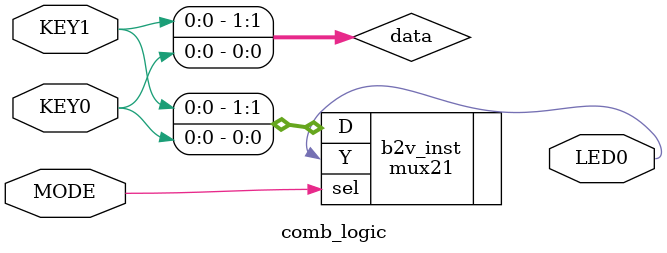
<source format=v>


module comb_logic(
	KEY0,
	KEY1,
	MODE,
	LED0
);


input wire	KEY0;
input wire	KEY1;
input wire	MODE;
output wire	LED0;

wire	[1:0] data;





mux21	b2v_inst(
	.sel(MODE),
	.D(data),
	.Y(LED0));

assign	data[1] = KEY1;
assign	data[0] = KEY0;

endmodule

</source>
